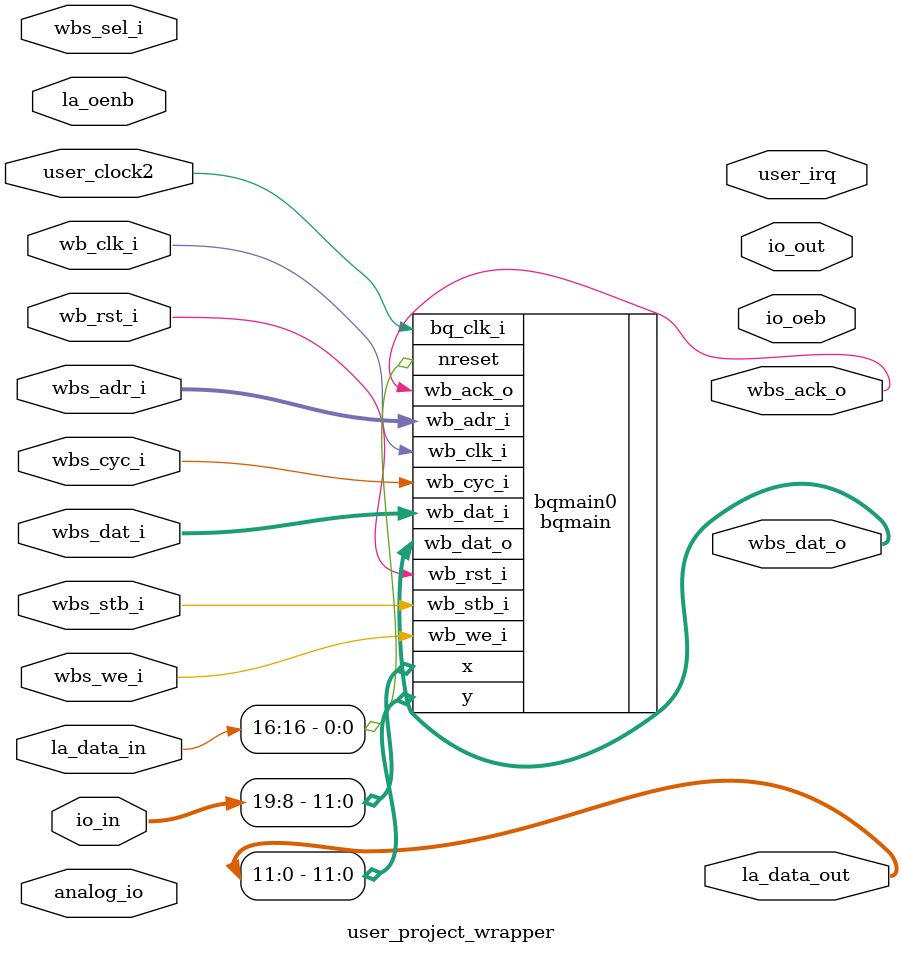
<source format=v>

`ifndef MPRJ_IO_PADS
`define MPRJ_IO_PADS 38
`endif

`default_nettype none
/*
 *-------------------------------------------------------------
 *
 * user_project_wrapper
 *
 * This wrapper enumerates all of the pins available to the
 * user for the user project.
 *
 * An example user project is provided in this wrapper.  The
 * example should be removed and replaced with the actual
 * user project.
 *
 *-------------------------------------------------------------
 */

module user_project_wrapper #(
    parameter BITS = 32
) (
`ifdef USE_POWER_PINS
    inout vdda1,	// User area 1 3.3V supply
    inout vdda2,	// User area 2 3.3V supply
    inout vssa1,	// User area 1 analog ground
    inout vssa2,	// User area 2 analog ground
    inout vccd1,	// User area 1 1.8V supply
    inout vccd2,	// User area 2 1.8v supply
    inout vssd1,	// User area 1 digital ground
    inout vssd2,	// User area 2 digital ground
`endif

    // Wishbone Slave ports (WB MI A)
    input wb_clk_i,
    input wb_rst_i,
    input wbs_stb_i,
    input wbs_cyc_i,
    input wbs_we_i,
    input [3:0] wbs_sel_i,
    input [31:0] wbs_dat_i,
    input [31:0] wbs_adr_i,
    output wbs_ack_o,
    output [31:0] wbs_dat_o,

    // Logic Analyzer Signals
    input  [127:0] la_data_in,
    output [127:0] la_data_out,
    input  [127:0] la_oenb,

    // IOs
    input  [`MPRJ_IO_PADS-1:0] io_in,
    output [`MPRJ_IO_PADS-1:0] io_out,
    output [`MPRJ_IO_PADS-1:0] io_oeb,

    // Analog (direct connection to GPIO pad---use with caution)
    // Note that analog I/O is not available on the 7 lowest-numbered
    // GPIO pads, and so the analog_io indexing is offset from the
    // GPIO indexing by 7 (also upper 2 GPIOs do not have analog_io).
    inout [`MPRJ_IO_PADS-10:0] analog_io,

    // Independent clock (on independent integer divider)
    input   user_clock2,

    // User maskable interrupt signals
    output [2:0] user_irq
);

/*--------------------------------------*/
/* User project is instantiated  here   */
/*--------------------------------------*/


bqmain bqmain0 (
`ifdef USE_POWER_PINS
	.vccd1(vccd1),	// User area 1 1.8V power
	.vssd1(vssd1),	// User area 1 digital ground
`endif

    .wb_clk_i(wb_clk_i),
    .wb_rst_i(wb_rst_i),

    // MGMT SoC Wishbone Slave

    .wb_cyc_i(wbs_cyc_i),
    .wb_stb_i(wbs_stb_i),
    .wb_we_i(wbs_we_i),
    .wb_adr_i(wbs_adr_i),
    .wb_dat_i(wbs_dat_i),
    .wb_ack_o(wbs_ack_o),
    .wb_dat_o(wbs_dat_o),

    .nreset(la_data_in[16]),

    // IO Pads
    .bq_clk_i(user_clock2),
    .x(io_in[19:8]),
    //.x(la_data_in[31:20]),
    .y(la_data_out[11:0])

);



endmodule	// user_project_wrapper

`default_nettype wire

</source>
